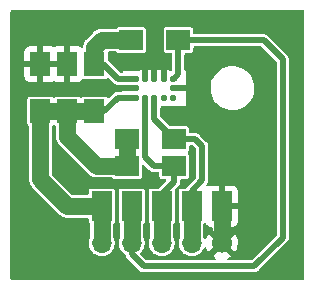
<source format=gbr>
%TF.GenerationSoftware,KiCad,Pcbnew,(6.0.2)*%
%TF.CreationDate,2022-10-26T11:31:38+03:00*%
%TF.ProjectId,laser_breakout,6c617365-725f-4627-9265-616b6f75742e,rev?*%
%TF.SameCoordinates,Original*%
%TF.FileFunction,Copper,L1,Top*%
%TF.FilePolarity,Positive*%
%FSLAX46Y46*%
G04 Gerber Fmt 4.6, Leading zero omitted, Abs format (unit mm)*
G04 Created by KiCad (PCBNEW (6.0.2)) date 2022-10-26 11:31:38*
%MOMM*%
%LPD*%
G01*
G04 APERTURE LIST*
G04 Aperture macros list*
%AMRoundRect*
0 Rectangle with rounded corners*
0 $1 Rounding radius*
0 $2 $3 $4 $5 $6 $7 $8 $9 X,Y pos of 4 corners*
0 Add a 4 corners polygon primitive as box body*
4,1,4,$2,$3,$4,$5,$6,$7,$8,$9,$2,$3,0*
0 Add four circle primitives for the rounded corners*
1,1,$1+$1,$2,$3*
1,1,$1+$1,$4,$5*
1,1,$1+$1,$6,$7*
1,1,$1+$1,$8,$9*
0 Add four rect primitives between the rounded corners*
20,1,$1+$1,$2,$3,$4,$5,0*
20,1,$1+$1,$4,$5,$6,$7,0*
20,1,$1+$1,$6,$7,$8,$9,0*
20,1,$1+$1,$8,$9,$2,$3,0*%
G04 Aperture macros list end*
%TA.AperFunction,ComponentPad*%
%ADD10C,1.700000*%
%TD*%
%TA.AperFunction,ComponentPad*%
%ADD11O,1.700000X1.700000*%
%TD*%
%TA.AperFunction,SMDPad,CuDef*%
%ADD12R,1.700000X2.000000*%
%TD*%
%TA.AperFunction,SMDPad,CuDef*%
%ADD13R,2.000000X1.700000*%
%TD*%
%TA.AperFunction,SMDPad,CuDef*%
%ADD14RoundRect,0.125000X-0.125000X-0.125000X0.125000X-0.125000X0.125000X0.125000X-0.125000X0.125000X0*%
%TD*%
%TA.AperFunction,SMDPad,CuDef*%
%ADD15RoundRect,0.062500X-0.127500X-0.062500X0.127500X-0.062500X0.127500X0.062500X-0.127500X0.062500X0*%
%TD*%
%TA.AperFunction,SMDPad,CuDef*%
%ADD16R,1.700000X2.500000*%
%TD*%
%TA.AperFunction,Conductor*%
%ADD17C,1.400000*%
%TD*%
%TA.AperFunction,Conductor*%
%ADD18C,0.500000*%
%TD*%
G04 APERTURE END LIST*
D10*
%TO.P,J1,1,Pin_1*%
%TO.N,GND*%
X75285600Y-88544400D03*
D11*
%TO.P,J1,2,Pin_2*%
%TO.N,SDA*%
X72745600Y-88544400D03*
%TO.P,J1,3,Pin_3*%
%TO.N,SCL*%
X70205600Y-88544400D03*
%TO.P,J1,4,Pin_4*%
%TO.N,XSHUT*%
X67665600Y-88544400D03*
%TO.P,J1,5,Pin_5*%
%TO.N,+3V3*%
X65125600Y-88544400D03*
%TD*%
D12*
%TO.P,R3,1*%
%TO.N,+3V3*%
X64516000Y-77406000D03*
%TO.P,R3,2*%
X64516000Y-73406000D03*
%TD*%
D13*
%TO.P,R1,1*%
%TO.N,+3V3*%
X67272400Y-82042000D03*
%TO.P,R1,2*%
%TO.N,SCL*%
X71272400Y-82042000D03*
%TD*%
%TO.P,R2,1*%
%TO.N,+3V3*%
X67272400Y-79756000D03*
%TO.P,R2,2*%
%TO.N,SDA*%
X71272400Y-79756000D03*
%TD*%
D14*
%TO.P,U1,1,AVDDVCSEL*%
%TO.N,+3V3*%
X67996000Y-74638000D03*
D15*
X67856000Y-74763000D03*
D14*
%TO.P,U1,2,AVSSVCSEL*%
%TO.N,GND*%
X68796000Y-74638000D03*
%TO.P,U1,3,GND*%
X69596000Y-74638000D03*
%TO.P,U1,4,GND*%
X70396000Y-74638000D03*
%TO.P,U1,5,XSHUT*%
%TO.N,XSHUT*%
X71196000Y-74638000D03*
%TO.P,U1,6,GND*%
%TO.N,GND*%
X71196000Y-75438000D03*
%TO.P,U1,7,GPIO1*%
%TO.N,unconnected-(U1-Pad7)*%
X71196000Y-76238000D03*
%TO.P,U1,8,DNC*%
%TO.N,unconnected-(U1-Pad8)*%
X70396000Y-76238000D03*
%TO.P,U1,9,SDA*%
%TO.N,SDA*%
X69596000Y-76238000D03*
%TO.P,U1,10,SCL*%
%TO.N,SCL*%
X68796000Y-76238000D03*
%TO.P,U1,11,AVDD*%
%TO.N,+3V3*%
X67996000Y-76238000D03*
%TO.P,U1,12,GND*%
%TO.N,GND*%
X67996000Y-75438000D03*
%TD*%
D16*
%TO.P,J2,1,Pin_1*%
%TO.N,GND*%
X75285600Y-85445600D03*
%TO.P,J2,2,Pin_2*%
%TO.N,SDA*%
X72745600Y-85445600D03*
%TO.P,J2,3,Pin_3*%
%TO.N,SCL*%
X70205600Y-85445600D03*
%TO.P,J2,4,Pin_4*%
%TO.N,XSHUT*%
X67665600Y-85445600D03*
%TO.P,J2,5,Pin_5*%
%TO.N,+3V3*%
X65125600Y-85445600D03*
%TD*%
D13*
%TO.P,R4,1*%
%TO.N,+3V3*%
X67628000Y-71374000D03*
%TO.P,R4,2*%
%TO.N,XSHUT*%
X71628000Y-71374000D03*
%TD*%
D12*
%TO.P,C2,1*%
%TO.N,+3V3*%
X62230000Y-77406000D03*
%TO.P,C2,2*%
%TO.N,GND*%
X62230000Y-73406000D03*
%TD*%
%TO.P,C1,1*%
%TO.N,+3V3*%
X59944000Y-77406000D03*
%TO.P,C1,2*%
%TO.N,GND*%
X59944000Y-73406000D03*
%TD*%
D17*
%TO.N,GND*%
X75285600Y-88544400D02*
X75285600Y-85445600D01*
%TO.N,SDA*%
X72745600Y-88544400D02*
X72745600Y-85445600D01*
%TO.N,SCL*%
X70205600Y-88544400D02*
X70205600Y-85445600D01*
%TO.N,XSHUT*%
X67665600Y-88544400D02*
X67665600Y-85445600D01*
%TO.N,+3V3*%
X65125600Y-88544400D02*
X65125600Y-85445600D01*
X59944000Y-77406000D02*
X62230000Y-77406000D01*
D18*
X66510000Y-74638000D02*
X65278000Y-73406000D01*
D17*
X64719200Y-82042000D02*
X62230000Y-79552800D01*
X65125600Y-71374000D02*
X67628000Y-71374000D01*
X64516000Y-73406000D02*
X64516000Y-71983600D01*
X62230000Y-79552800D02*
X62230000Y-77406000D01*
X62230000Y-85445600D02*
X59944000Y-83159600D01*
X59944000Y-83159600D02*
X59944000Y-77406000D01*
X67272400Y-82042000D02*
X64719200Y-82042000D01*
D18*
X66510000Y-76238000D02*
X67996000Y-76238000D01*
D17*
X67272400Y-82042000D02*
X67272400Y-79756000D01*
D18*
X67996000Y-74638000D02*
X66510000Y-74638000D01*
D17*
X64516000Y-71983600D02*
X65125600Y-71374000D01*
X65125600Y-85445600D02*
X62230000Y-85445600D01*
D18*
X65342000Y-77406000D02*
X66510000Y-76238000D01*
X65278000Y-73406000D02*
X64516000Y-73406000D01*
X64516000Y-77406000D02*
X65342000Y-77406000D01*
D17*
X62230000Y-77406000D02*
X64516000Y-77406000D01*
D18*
%TO.N,GND*%
X68796000Y-73266400D02*
X68783200Y-73253600D01*
X72593200Y-75438000D02*
X72644000Y-75387200D01*
X71196000Y-75438000D02*
X72593200Y-75438000D01*
X69596000Y-74638000D02*
X69596000Y-73355200D01*
X70408800Y-74625200D02*
X70408800Y-73304400D01*
X67996000Y-75438000D02*
X66446400Y-75438000D01*
X68796000Y-74638000D02*
X68796000Y-73266400D01*
X70396000Y-74638000D02*
X70408800Y-74625200D01*
%TO.N,SDA*%
X69596000Y-78079600D02*
X69596000Y-76238000D01*
X73660000Y-83210400D02*
X73660000Y-80365600D01*
X73050400Y-79756000D02*
X71272400Y-79756000D01*
X71272400Y-79756000D02*
X69596000Y-78079600D01*
X73660000Y-80365600D02*
X73050400Y-79756000D01*
X72745600Y-85445600D02*
X72745600Y-84124800D01*
X72745600Y-84124800D02*
X73660000Y-83210400D01*
%TO.N,SCL*%
X71272400Y-83362800D02*
X71272400Y-82042000D01*
X70205600Y-85445600D02*
X70205600Y-84429600D01*
X71272400Y-82042000D02*
X69545200Y-82042000D01*
X68796000Y-81292800D02*
X68796000Y-76238000D01*
X69545200Y-82042000D02*
X68796000Y-81292800D01*
X70205600Y-84429600D02*
X71272400Y-83362800D01*
%TO.N,XSHUT*%
X71208800Y-74638000D02*
X71628000Y-74218800D01*
X71628000Y-74218800D02*
X71628000Y-71374000D01*
X80467200Y-88087200D02*
X80467200Y-72999600D01*
X80467200Y-72999600D02*
X78841600Y-71374000D01*
X71196000Y-74638000D02*
X71208800Y-74638000D01*
X78841600Y-71374000D02*
X71628000Y-71374000D01*
X78028800Y-90525600D02*
X80467200Y-88087200D01*
X67665600Y-89509600D02*
X68681600Y-90525600D01*
X68681600Y-90525600D02*
X78028800Y-90525600D01*
%TD*%
%TA.AperFunction,Conductor*%
%TO.N,GND*%
G36*
X82238121Y-68854002D02*
G01*
X82284614Y-68907658D01*
X82296000Y-68960000D01*
X82296000Y-91568000D01*
X82275998Y-91636121D01*
X82222342Y-91682614D01*
X82170000Y-91694000D01*
X57530000Y-91694000D01*
X57461879Y-91673998D01*
X57415386Y-91620342D01*
X57404000Y-91568000D01*
X57404000Y-76380933D01*
X58839500Y-76380933D01*
X58839501Y-78431066D01*
X58854266Y-78505301D01*
X58861161Y-78515620D01*
X58861162Y-78515622D01*
X58875343Y-78536845D01*
X58910516Y-78589484D01*
X58933504Y-78604844D01*
X58979030Y-78659321D01*
X58989500Y-78709608D01*
X58989500Y-83144124D01*
X58989451Y-83147643D01*
X58987154Y-83229867D01*
X58988263Y-83236153D01*
X58988263Y-83236160D01*
X58997112Y-83286341D01*
X58998381Y-83295484D01*
X59004174Y-83352519D01*
X59006081Y-83358605D01*
X59006082Y-83358609D01*
X59012272Y-83378360D01*
X59016124Y-83394160D01*
X59020827Y-83420832D01*
X59023175Y-83426763D01*
X59023177Y-83426769D01*
X59041933Y-83474140D01*
X59045010Y-83482827D01*
X59062161Y-83537557D01*
X59069504Y-83550805D01*
X59075294Y-83561250D01*
X59082240Y-83575942D01*
X59092211Y-83601126D01*
X59103065Y-83617712D01*
X59123600Y-83649093D01*
X59128370Y-83657001D01*
X59153076Y-83701573D01*
X59153080Y-83701579D01*
X59156171Y-83707155D01*
X59160319Y-83711995D01*
X59160322Y-83711999D01*
X59173794Y-83727717D01*
X59183555Y-83740716D01*
X59198389Y-83763384D01*
X59202659Y-83768126D01*
X59239615Y-83805082D01*
X59246188Y-83812179D01*
X59282364Y-83854386D01*
X59305330Y-83872201D01*
X59317192Y-83882659D01*
X61544125Y-86109592D01*
X61546577Y-86112113D01*
X61603094Y-86171878D01*
X61608327Y-86175542D01*
X61608329Y-86175544D01*
X61650065Y-86204768D01*
X61657407Y-86210320D01*
X61701857Y-86246572D01*
X61725866Y-86259124D01*
X61739748Y-86267564D01*
X61761937Y-86283101D01*
X61767795Y-86285636D01*
X61814551Y-86305869D01*
X61822885Y-86309844D01*
X61873701Y-86336410D01*
X61899742Y-86343877D01*
X61915046Y-86349357D01*
X61927337Y-86354675D01*
X61939900Y-86360112D01*
X61996039Y-86371840D01*
X62004962Y-86374048D01*
X62060100Y-86389859D01*
X62066464Y-86390349D01*
X62066466Y-86390349D01*
X62075728Y-86391061D01*
X62087112Y-86391937D01*
X62103201Y-86394227D01*
X62129713Y-86399766D01*
X62136086Y-86400100D01*
X62188356Y-86400100D01*
X62198022Y-86400471D01*
X62247084Y-86404246D01*
X62253440Y-86404735D01*
X62259763Y-86403936D01*
X62259773Y-86403936D01*
X62282269Y-86401094D01*
X62298061Y-86400100D01*
X63895101Y-86400100D01*
X63963222Y-86420102D01*
X64009715Y-86473758D01*
X64021101Y-86526100D01*
X64021101Y-86720666D01*
X64035866Y-86794901D01*
X64092116Y-86879084D01*
X64115104Y-86894444D01*
X64160630Y-86948921D01*
X64171100Y-86999208D01*
X64171100Y-87955180D01*
X64156608Y-88013847D01*
X64100803Y-88119915D01*
X64040607Y-88313778D01*
X64016748Y-88515364D01*
X64030024Y-88717922D01*
X64031445Y-88723518D01*
X64031446Y-88723523D01*
X64051719Y-88803345D01*
X64079992Y-88914669D01*
X64082409Y-88919912D01*
X64119610Y-89000608D01*
X64164977Y-89099016D01*
X64168310Y-89103732D01*
X64265731Y-89241580D01*
X64282133Y-89264789D01*
X64427538Y-89406435D01*
X64432342Y-89409645D01*
X64500000Y-89454853D01*
X64596320Y-89519212D01*
X64601623Y-89521490D01*
X64601626Y-89521492D01*
X64690307Y-89559592D01*
X64782828Y-89599342D01*
X64843007Y-89612959D01*
X64975179Y-89642867D01*
X64975184Y-89642868D01*
X64980816Y-89644142D01*
X64986587Y-89644369D01*
X64986589Y-89644369D01*
X65046356Y-89646717D01*
X65183653Y-89652112D01*
X65284099Y-89637548D01*
X65378831Y-89623813D01*
X65378836Y-89623812D01*
X65384545Y-89622984D01*
X65390009Y-89621129D01*
X65390014Y-89621128D01*
X65571293Y-89559592D01*
X65571298Y-89559590D01*
X65576765Y-89557734D01*
X65753876Y-89458547D01*
X65816534Y-89406435D01*
X65905513Y-89332431D01*
X65909945Y-89328745D01*
X65967063Y-89260069D01*
X66036053Y-89177118D01*
X66036055Y-89177115D01*
X66039747Y-89172676D01*
X66138934Y-88995565D01*
X66140790Y-88990098D01*
X66140792Y-88990093D01*
X66202328Y-88808814D01*
X66202329Y-88808809D01*
X66204184Y-88803345D01*
X66205012Y-88797636D01*
X66205013Y-88797631D01*
X66232779Y-88606127D01*
X66233312Y-88602453D01*
X66234832Y-88544400D01*
X66218534Y-88367030D01*
X66216787Y-88348013D01*
X66216786Y-88348010D01*
X66216258Y-88342259D01*
X66210984Y-88323559D01*
X66162725Y-88152446D01*
X66162724Y-88152444D01*
X66161157Y-88146887D01*
X66157667Y-88139808D01*
X66093094Y-88008868D01*
X66080100Y-87953140D01*
X66080100Y-86999208D01*
X66100102Y-86931087D01*
X66136095Y-86894445D01*
X66159084Y-86879084D01*
X66215334Y-86794901D01*
X66230100Y-86720667D01*
X66230099Y-84170534D01*
X66222988Y-84134782D01*
X66217756Y-84108474D01*
X66217755Y-84108472D01*
X66215334Y-84096299D01*
X66181547Y-84045733D01*
X66165977Y-84022432D01*
X66159084Y-84012116D01*
X66074901Y-83955866D01*
X66000667Y-83941100D01*
X65125742Y-83941100D01*
X64250534Y-83941101D01*
X64214782Y-83948212D01*
X64188474Y-83953444D01*
X64188472Y-83953445D01*
X64176299Y-83955866D01*
X64165979Y-83962761D01*
X64165978Y-83962762D01*
X64111359Y-83999258D01*
X64092116Y-84012116D01*
X64035866Y-84096299D01*
X64021100Y-84170533D01*
X64021100Y-84365100D01*
X64001098Y-84433221D01*
X63947442Y-84479714D01*
X63895100Y-84491100D01*
X62677557Y-84491100D01*
X62609436Y-84471098D01*
X62588462Y-84454195D01*
X60935405Y-82801138D01*
X60901379Y-82738826D01*
X60898500Y-82712043D01*
X60898500Y-78709608D01*
X60918502Y-78641487D01*
X60954495Y-78604845D01*
X60977484Y-78589484D01*
X60984377Y-78579168D01*
X60993154Y-78570391D01*
X60994711Y-78571948D01*
X61036715Y-78536845D01*
X61107158Y-78527999D01*
X61171201Y-78558642D01*
X61184857Y-78574402D01*
X61189623Y-78579168D01*
X61196516Y-78589484D01*
X61219504Y-78604844D01*
X61265030Y-78659321D01*
X61275500Y-78709608D01*
X61275500Y-79537324D01*
X61275451Y-79540843D01*
X61273154Y-79623067D01*
X61274263Y-79629353D01*
X61274263Y-79629360D01*
X61283112Y-79679541D01*
X61284381Y-79688684D01*
X61290174Y-79745719D01*
X61292081Y-79751805D01*
X61292082Y-79751809D01*
X61298272Y-79771560D01*
X61302124Y-79787360D01*
X61306827Y-79814032D01*
X61309175Y-79819963D01*
X61309177Y-79819969D01*
X61327933Y-79867340D01*
X61331010Y-79876027D01*
X61348161Y-79930757D01*
X61351257Y-79936342D01*
X61361294Y-79954450D01*
X61368240Y-79969142D01*
X61378211Y-79994326D01*
X61394323Y-80018947D01*
X61409600Y-80042293D01*
X61414370Y-80050201D01*
X61439076Y-80094773D01*
X61439080Y-80094779D01*
X61442171Y-80100355D01*
X61446319Y-80105195D01*
X61446322Y-80105199D01*
X61459794Y-80120917D01*
X61469555Y-80133916D01*
X61484389Y-80156584D01*
X61488659Y-80161326D01*
X61525615Y-80198282D01*
X61532188Y-80205379D01*
X61568364Y-80247586D01*
X61591330Y-80265401D01*
X61603192Y-80275859D01*
X64033325Y-82705992D01*
X64035777Y-82708513D01*
X64092294Y-82768278D01*
X64139286Y-82801182D01*
X64146611Y-82806722D01*
X64191057Y-82842971D01*
X64196714Y-82845928D01*
X64196715Y-82845929D01*
X64215052Y-82855515D01*
X64228950Y-82863965D01*
X64251137Y-82879501D01*
X64256989Y-82882033D01*
X64256990Y-82882034D01*
X64303755Y-82902271D01*
X64312088Y-82906246D01*
X64332785Y-82917066D01*
X64362901Y-82932810D01*
X64388942Y-82940277D01*
X64404246Y-82945757D01*
X64412293Y-82949239D01*
X64429100Y-82956512D01*
X64485239Y-82968240D01*
X64494162Y-82970448D01*
X64549300Y-82986259D01*
X64555664Y-82986749D01*
X64555666Y-82986749D01*
X64564928Y-82987461D01*
X64576312Y-82988337D01*
X64592401Y-82990627D01*
X64618913Y-82996166D01*
X64625286Y-82996500D01*
X64677556Y-82996500D01*
X64687222Y-82996871D01*
X64736284Y-83000646D01*
X64742640Y-83001135D01*
X64748963Y-83000336D01*
X64748973Y-83000336D01*
X64771469Y-82997494D01*
X64787261Y-82996500D01*
X65968792Y-82996500D01*
X66036913Y-83016502D01*
X66073555Y-83052495D01*
X66088916Y-83075484D01*
X66173099Y-83131734D01*
X66247333Y-83146500D01*
X67272234Y-83146500D01*
X68297466Y-83146499D01*
X68333218Y-83139388D01*
X68359526Y-83134156D01*
X68359528Y-83134155D01*
X68371701Y-83131734D01*
X68382021Y-83124839D01*
X68382022Y-83124838D01*
X68445568Y-83082377D01*
X68455884Y-83075484D01*
X68512134Y-82991301D01*
X68526900Y-82917067D01*
X68526899Y-82041359D01*
X68546901Y-81973239D01*
X68600557Y-81926746D01*
X68670831Y-81916642D01*
X68735411Y-81946135D01*
X68741994Y-81952265D01*
X69138523Y-82348794D01*
X69146065Y-82358234D01*
X69146445Y-82357911D01*
X69152263Y-82364747D01*
X69157053Y-82372339D01*
X69163781Y-82378281D01*
X69197059Y-82407671D01*
X69202746Y-82413017D01*
X69214080Y-82424351D01*
X69217666Y-82427038D01*
X69217671Y-82427043D01*
X69222359Y-82430557D01*
X69230197Y-82436938D01*
X69265370Y-82468001D01*
X69273495Y-82471816D01*
X69276316Y-82473669D01*
X69290312Y-82482077D01*
X69293250Y-82483686D01*
X69300436Y-82489071D01*
X69308841Y-82492222D01*
X69308843Y-82492223D01*
X69344378Y-82505544D01*
X69353692Y-82509468D01*
X69396182Y-82529417D01*
X69405053Y-82530798D01*
X69408275Y-82531783D01*
X69424066Y-82535925D01*
X69427344Y-82536646D01*
X69435752Y-82539798D01*
X69449509Y-82540820D01*
X69482557Y-82543276D01*
X69492604Y-82544430D01*
X69501086Y-82545751D01*
X69501089Y-82545751D01*
X69505897Y-82546500D01*
X69521262Y-82546500D01*
X69530600Y-82546846D01*
X69579867Y-82550507D01*
X69588642Y-82548634D01*
X69597338Y-82548041D01*
X69611938Y-82546500D01*
X69891901Y-82546500D01*
X69960022Y-82566502D01*
X70006515Y-82620158D01*
X70017901Y-82672500D01*
X70017901Y-82917066D01*
X70022964Y-82942522D01*
X70028078Y-82968232D01*
X70032666Y-82991301D01*
X70088916Y-83075484D01*
X70173099Y-83131734D01*
X70247333Y-83146500D01*
X70471039Y-83146500D01*
X70539160Y-83166502D01*
X70585653Y-83220158D01*
X70595757Y-83290432D01*
X70566263Y-83355012D01*
X70560134Y-83361595D01*
X70017533Y-83904196D01*
X69955221Y-83938222D01*
X69928438Y-83941101D01*
X69330534Y-83941101D01*
X69294782Y-83948212D01*
X69268474Y-83953444D01*
X69268472Y-83953445D01*
X69256299Y-83955866D01*
X69245979Y-83962761D01*
X69245978Y-83962762D01*
X69191359Y-83999258D01*
X69172116Y-84012116D01*
X69115866Y-84096299D01*
X69101100Y-84170533D01*
X69101101Y-86720666D01*
X69115866Y-86794901D01*
X69172116Y-86879084D01*
X69195104Y-86894444D01*
X69240630Y-86948921D01*
X69251100Y-86999208D01*
X69251100Y-87955180D01*
X69236608Y-88013847D01*
X69180803Y-88119915D01*
X69120607Y-88313778D01*
X69096748Y-88515364D01*
X69110024Y-88717922D01*
X69111445Y-88723518D01*
X69111446Y-88723523D01*
X69131719Y-88803345D01*
X69159992Y-88914669D01*
X69162409Y-88919912D01*
X69199610Y-89000608D01*
X69244977Y-89099016D01*
X69248310Y-89103732D01*
X69345731Y-89241580D01*
X69362133Y-89264789D01*
X69507538Y-89406435D01*
X69512342Y-89409645D01*
X69580000Y-89454853D01*
X69676320Y-89519212D01*
X69681623Y-89521490D01*
X69681626Y-89521492D01*
X69770307Y-89559592D01*
X69862828Y-89599342D01*
X69923007Y-89612959D01*
X70055179Y-89642867D01*
X70055184Y-89642868D01*
X70060816Y-89644142D01*
X70066587Y-89644369D01*
X70066589Y-89644369D01*
X70126356Y-89646717D01*
X70263653Y-89652112D01*
X70364099Y-89637548D01*
X70458831Y-89623813D01*
X70458836Y-89623812D01*
X70464545Y-89622984D01*
X70470009Y-89621129D01*
X70470014Y-89621128D01*
X70651293Y-89559592D01*
X70651298Y-89559590D01*
X70656765Y-89557734D01*
X70833876Y-89458547D01*
X70896534Y-89406435D01*
X70985513Y-89332431D01*
X70989945Y-89328745D01*
X71047063Y-89260069D01*
X71116053Y-89177118D01*
X71116055Y-89177115D01*
X71119747Y-89172676D01*
X71218934Y-88995565D01*
X71220790Y-88990098D01*
X71220792Y-88990093D01*
X71282328Y-88808814D01*
X71282329Y-88808809D01*
X71284184Y-88803345D01*
X71285012Y-88797636D01*
X71285013Y-88797631D01*
X71312779Y-88606127D01*
X71313312Y-88602453D01*
X71314832Y-88544400D01*
X71298534Y-88367030D01*
X71296787Y-88348013D01*
X71296786Y-88348010D01*
X71296258Y-88342259D01*
X71290984Y-88323559D01*
X71242725Y-88152446D01*
X71242724Y-88152444D01*
X71241157Y-88146887D01*
X71237667Y-88139808D01*
X71173094Y-88008868D01*
X71160100Y-87953140D01*
X71160100Y-86999208D01*
X71180102Y-86931087D01*
X71216095Y-86894445D01*
X71239084Y-86879084D01*
X71295334Y-86794901D01*
X71310100Y-86720667D01*
X71310099Y-84170534D01*
X71301344Y-84126517D01*
X71307673Y-84055804D01*
X71335828Y-84012843D01*
X71579194Y-83769477D01*
X71588634Y-83761935D01*
X71588311Y-83761555D01*
X71595147Y-83755737D01*
X71602739Y-83750947D01*
X71638072Y-83710940D01*
X71643417Y-83705254D01*
X71654751Y-83693920D01*
X71657438Y-83690335D01*
X71660953Y-83685645D01*
X71667340Y-83677800D01*
X71692460Y-83649357D01*
X71698401Y-83642630D01*
X71702214Y-83634508D01*
X71704054Y-83631707D01*
X71712463Y-83617712D01*
X71714085Y-83614749D01*
X71719470Y-83607564D01*
X71722624Y-83599152D01*
X71735946Y-83563618D01*
X71739871Y-83554302D01*
X71744383Y-83544691D01*
X71759817Y-83511818D01*
X71761199Y-83502944D01*
X71762185Y-83499717D01*
X71766325Y-83483934D01*
X71767046Y-83480656D01*
X71770198Y-83472248D01*
X71773676Y-83425443D01*
X71774830Y-83415396D01*
X71776151Y-83406914D01*
X71776151Y-83406911D01*
X71776900Y-83402103D01*
X71776900Y-83386738D01*
X71777246Y-83377401D01*
X71780242Y-83337081D01*
X71780907Y-83328133D01*
X71779034Y-83319358D01*
X71778441Y-83310662D01*
X71776900Y-83296062D01*
X71776900Y-83272499D01*
X71796902Y-83204378D01*
X71850558Y-83157885D01*
X71902900Y-83146499D01*
X72297466Y-83146499D01*
X72333218Y-83139388D01*
X72359526Y-83134156D01*
X72359528Y-83134155D01*
X72371701Y-83131734D01*
X72382021Y-83124839D01*
X72382022Y-83124838D01*
X72445568Y-83082377D01*
X72455884Y-83075484D01*
X72512134Y-82991301D01*
X72526900Y-82917067D01*
X72526899Y-81166934D01*
X72512134Y-81092699D01*
X72501665Y-81077030D01*
X72462777Y-81018832D01*
X72455884Y-81008516D01*
X72445568Y-81001623D01*
X72436791Y-80992846D01*
X72438348Y-80991289D01*
X72403245Y-80949285D01*
X72394399Y-80878842D01*
X72425042Y-80814799D01*
X72440802Y-80801143D01*
X72445568Y-80796377D01*
X72455884Y-80789484D01*
X72512134Y-80705301D01*
X72526900Y-80631067D01*
X72526900Y-80386500D01*
X72546902Y-80318379D01*
X72600558Y-80271886D01*
X72652900Y-80260500D01*
X72789238Y-80260500D01*
X72857359Y-80280502D01*
X72878333Y-80297404D01*
X73118595Y-80537665D01*
X73152620Y-80599978D01*
X73155500Y-80626761D01*
X73155500Y-82949239D01*
X73135498Y-83017360D01*
X73118595Y-83038334D01*
X72438806Y-83718123D01*
X72429366Y-83725665D01*
X72429689Y-83726045D01*
X72422853Y-83731863D01*
X72415261Y-83736653D01*
X72409319Y-83743381D01*
X72379929Y-83776659D01*
X72374583Y-83782346D01*
X72363249Y-83793680D01*
X72360564Y-83797263D01*
X72360562Y-83797265D01*
X72357047Y-83801955D01*
X72350662Y-83809798D01*
X72319599Y-83844970D01*
X72315786Y-83853092D01*
X72313946Y-83855893D01*
X72305526Y-83869907D01*
X72303912Y-83872854D01*
X72298530Y-83880036D01*
X72298530Y-83880037D01*
X72298209Y-83879796D01*
X72252145Y-83925757D01*
X72191884Y-83941101D01*
X71870534Y-83941101D01*
X71834782Y-83948212D01*
X71808474Y-83953444D01*
X71808472Y-83953445D01*
X71796299Y-83955866D01*
X71785979Y-83962761D01*
X71785978Y-83962762D01*
X71731359Y-83999258D01*
X71712116Y-84012116D01*
X71655866Y-84096299D01*
X71641100Y-84170533D01*
X71641101Y-86720666D01*
X71655866Y-86794901D01*
X71712116Y-86879084D01*
X71735104Y-86894444D01*
X71780630Y-86948921D01*
X71791100Y-86999208D01*
X71791100Y-87955180D01*
X71776608Y-88013847D01*
X71720803Y-88119915D01*
X71660607Y-88313778D01*
X71636748Y-88515364D01*
X71650024Y-88717922D01*
X71651445Y-88723518D01*
X71651446Y-88723523D01*
X71671719Y-88803345D01*
X71699992Y-88914669D01*
X71702409Y-88919912D01*
X71739610Y-89000608D01*
X71784977Y-89099016D01*
X71788310Y-89103732D01*
X71885731Y-89241580D01*
X71902133Y-89264789D01*
X72047538Y-89406435D01*
X72052342Y-89409645D01*
X72120000Y-89454853D01*
X72216320Y-89519212D01*
X72221623Y-89521490D01*
X72221626Y-89521492D01*
X72310307Y-89559592D01*
X72402828Y-89599342D01*
X72463007Y-89612959D01*
X72595179Y-89642867D01*
X72595184Y-89642868D01*
X72600816Y-89644142D01*
X72606587Y-89644369D01*
X72606589Y-89644369D01*
X72666356Y-89646717D01*
X72803653Y-89652112D01*
X72904099Y-89637548D01*
X72998831Y-89623813D01*
X72998836Y-89623812D01*
X73004545Y-89622984D01*
X73010009Y-89621129D01*
X73010014Y-89621128D01*
X73191293Y-89559592D01*
X73191298Y-89559590D01*
X73196765Y-89557734D01*
X73373876Y-89458547D01*
X73436534Y-89406435D01*
X73525513Y-89332431D01*
X73529945Y-89328745D01*
X73587063Y-89260069D01*
X73656053Y-89177118D01*
X73656055Y-89177115D01*
X73659747Y-89172676D01*
X73758934Y-88995565D01*
X73761320Y-88988535D01*
X73761770Y-88987896D01*
X73763141Y-88984816D01*
X73763746Y-88985085D01*
X73802153Y-88930459D01*
X73867905Y-88903678D01*
X73937698Y-88916695D01*
X73989373Y-88965380D01*
X73997377Y-88981629D01*
X74067370Y-89154003D01*
X74072013Y-89163194D01*
X74152060Y-89293820D01*
X74162516Y-89303280D01*
X74171294Y-89299496D01*
X74913578Y-88557212D01*
X74919956Y-88545532D01*
X75650008Y-88545532D01*
X75650139Y-88547365D01*
X75654390Y-88553980D01*
X76396074Y-89295664D01*
X76408084Y-89302223D01*
X76419823Y-89293255D01*
X76450604Y-89250419D01*
X76455915Y-89241580D01*
X76550270Y-89050667D01*
X76554069Y-89041072D01*
X76615976Y-88837315D01*
X76618155Y-88827234D01*
X76646190Y-88614287D01*
X76646709Y-88607612D01*
X76648172Y-88547764D01*
X76647978Y-88541046D01*
X76630381Y-88327004D01*
X76628696Y-88316824D01*
X76576814Y-88110275D01*
X76573494Y-88100524D01*
X76488572Y-87905214D01*
X76483705Y-87896139D01*
X76418663Y-87795597D01*
X76407977Y-87786395D01*
X76398412Y-87790798D01*
X75657622Y-88531588D01*
X75650008Y-88545532D01*
X74919956Y-88545532D01*
X74921192Y-88543268D01*
X74921061Y-88541435D01*
X74916810Y-88534820D01*
X74175449Y-87793459D01*
X74163913Y-87787159D01*
X74151631Y-87796782D01*
X74103689Y-87867062D01*
X74098604Y-87876013D01*
X74008938Y-88069183D01*
X74005377Y-88078864D01*
X74000891Y-88095040D01*
X73963413Y-88155339D01*
X73899284Y-88185803D01*
X73828866Y-88176760D01*
X73774515Y-88131082D01*
X73766467Y-88117098D01*
X73713094Y-88008868D01*
X73700100Y-87953140D01*
X73700100Y-86999208D01*
X73720102Y-86931087D01*
X73756095Y-86894445D01*
X73779084Y-86879084D01*
X73779626Y-86878272D01*
X73834991Y-86848040D01*
X73905806Y-86853105D01*
X73962642Y-86895652D01*
X73979757Y-86926934D01*
X73982276Y-86933655D01*
X73990814Y-86949249D01*
X74067315Y-87051324D01*
X74079876Y-87063885D01*
X74181951Y-87140386D01*
X74197546Y-87148924D01*
X74317994Y-87194078D01*
X74333249Y-87197705D01*
X74384114Y-87203231D01*
X74390928Y-87203600D01*
X74437685Y-87203600D01*
X74505806Y-87223602D01*
X74552299Y-87277258D01*
X74562403Y-87347532D01*
X74538661Y-87404964D01*
X74526822Y-87420826D01*
X74533568Y-87433158D01*
X75272788Y-88172378D01*
X75286732Y-88179992D01*
X75288565Y-88179861D01*
X75295180Y-88175610D01*
X76038989Y-87431801D01*
X76046010Y-87418945D01*
X76034973Y-87403797D01*
X76011024Y-87336962D01*
X76027012Y-87267789D01*
X76077859Y-87218240D01*
X76136809Y-87203599D01*
X76180269Y-87203599D01*
X76187090Y-87203229D01*
X76237952Y-87197705D01*
X76253204Y-87194079D01*
X76373654Y-87148924D01*
X76389249Y-87140386D01*
X76491324Y-87063885D01*
X76503885Y-87051324D01*
X76580386Y-86949249D01*
X76588924Y-86933654D01*
X76634078Y-86813206D01*
X76637705Y-86797951D01*
X76643231Y-86747086D01*
X76643600Y-86740272D01*
X76643600Y-85717715D01*
X76639125Y-85702476D01*
X76637735Y-85701271D01*
X76630052Y-85699600D01*
X75157600Y-85699600D01*
X75089479Y-85679598D01*
X75042986Y-85625942D01*
X75031600Y-85573600D01*
X75031600Y-85173485D01*
X75539600Y-85173485D01*
X75544075Y-85188724D01*
X75545465Y-85189929D01*
X75553148Y-85191600D01*
X76625484Y-85191600D01*
X76640723Y-85187125D01*
X76641928Y-85185735D01*
X76643599Y-85178052D01*
X76643599Y-84150931D01*
X76643229Y-84144110D01*
X76637705Y-84093248D01*
X76634079Y-84077996D01*
X76588924Y-83957546D01*
X76580386Y-83941951D01*
X76503885Y-83839876D01*
X76491324Y-83827315D01*
X76389249Y-83750814D01*
X76373654Y-83742276D01*
X76253206Y-83697122D01*
X76237951Y-83693495D01*
X76187086Y-83687969D01*
X76180272Y-83687600D01*
X75557715Y-83687600D01*
X75542476Y-83692075D01*
X75541271Y-83693465D01*
X75539600Y-83701148D01*
X75539600Y-85173485D01*
X75031600Y-85173485D01*
X75031600Y-83705716D01*
X75027125Y-83690477D01*
X75025735Y-83689272D01*
X75018052Y-83687601D01*
X74390931Y-83687601D01*
X74384110Y-83687971D01*
X74333248Y-83693495D01*
X74317996Y-83697121D01*
X74197546Y-83742276D01*
X74182671Y-83750420D01*
X74113313Y-83765589D01*
X74046765Y-83740853D01*
X74004155Y-83684065D01*
X73999010Y-83613255D01*
X74033066Y-83550805D01*
X74042351Y-83541520D01*
X74048553Y-83533245D01*
X74054940Y-83525400D01*
X74080060Y-83496957D01*
X74086001Y-83490230D01*
X74089814Y-83482108D01*
X74091654Y-83479307D01*
X74100063Y-83465312D01*
X74101685Y-83462349D01*
X74107070Y-83455164D01*
X74110224Y-83446752D01*
X74123546Y-83411218D01*
X74127471Y-83401902D01*
X74131105Y-83394161D01*
X74147417Y-83359418D01*
X74148799Y-83350544D01*
X74149785Y-83347317D01*
X74153925Y-83331534D01*
X74154646Y-83328256D01*
X74157798Y-83319848D01*
X74161276Y-83273043D01*
X74162430Y-83262996D01*
X74163751Y-83254514D01*
X74163751Y-83254511D01*
X74164500Y-83249703D01*
X74164500Y-83234338D01*
X74164846Y-83225001D01*
X74167842Y-83184681D01*
X74168507Y-83175733D01*
X74166634Y-83166958D01*
X74166041Y-83158262D01*
X74164500Y-83143662D01*
X74164500Y-80436230D01*
X74165842Y-80424222D01*
X74165346Y-80424182D01*
X74166066Y-80415231D01*
X74168047Y-80406477D01*
X74164742Y-80353207D01*
X74164500Y-80345405D01*
X74164500Y-80329374D01*
X74163035Y-80319141D01*
X74162004Y-80309081D01*
X74159654Y-80271201D01*
X74159654Y-80271200D01*
X74159098Y-80262242D01*
X74156050Y-80253799D01*
X74155371Y-80250520D01*
X74151416Y-80234655D01*
X74150473Y-80231431D01*
X74149201Y-80222548D01*
X74145487Y-80214379D01*
X74145485Y-80214373D01*
X74129775Y-80179821D01*
X74125961Y-80170452D01*
X74110028Y-80126316D01*
X74104731Y-80119066D01*
X74103154Y-80116099D01*
X74094907Y-80101986D01*
X74093102Y-80099163D01*
X74089388Y-80090995D01*
X74058753Y-80055442D01*
X74052475Y-80047536D01*
X74044527Y-80036656D01*
X74033665Y-80025794D01*
X74027307Y-80018947D01*
X74000915Y-79988318D01*
X73995056Y-79981518D01*
X73987521Y-79976634D01*
X73980949Y-79970901D01*
X73969545Y-79961674D01*
X73457077Y-79449206D01*
X73449535Y-79439766D01*
X73449155Y-79440089D01*
X73443337Y-79433253D01*
X73438547Y-79425661D01*
X73398540Y-79390328D01*
X73392854Y-79384983D01*
X73381520Y-79373649D01*
X73373245Y-79367447D01*
X73365400Y-79361060D01*
X73336957Y-79335940D01*
X73330230Y-79329999D01*
X73322108Y-79326186D01*
X73319307Y-79324346D01*
X73305312Y-79315937D01*
X73302349Y-79314315D01*
X73295164Y-79308930D01*
X73286754Y-79305777D01*
X73286752Y-79305776D01*
X73251218Y-79292454D01*
X73241902Y-79288529D01*
X73199418Y-79268583D01*
X73190544Y-79267201D01*
X73187317Y-79266215D01*
X73171534Y-79262075D01*
X73168256Y-79261354D01*
X73159848Y-79258202D01*
X73146091Y-79257180D01*
X73113043Y-79254724D01*
X73102996Y-79253570D01*
X73094514Y-79252249D01*
X73094511Y-79252249D01*
X73089703Y-79251500D01*
X73074338Y-79251500D01*
X73065001Y-79251154D01*
X73048919Y-79249959D01*
X73015733Y-79247493D01*
X73006958Y-79249366D01*
X72998262Y-79249959D01*
X72983662Y-79251500D01*
X72652899Y-79251500D01*
X72584778Y-79231498D01*
X72538285Y-79177842D01*
X72526899Y-79125500D01*
X72526899Y-78880934D01*
X72512134Y-78806699D01*
X72455884Y-78722516D01*
X72371701Y-78666266D01*
X72297467Y-78651500D01*
X72147384Y-78651500D01*
X70933562Y-78651501D01*
X70865441Y-78631499D01*
X70844467Y-78614596D01*
X70137405Y-77907534D01*
X70103379Y-77845222D01*
X70100500Y-77818439D01*
X70100500Y-77088000D01*
X70120502Y-77019879D01*
X70174158Y-76973386D01*
X70226500Y-76962000D01*
X72288400Y-76962000D01*
X72288400Y-75480186D01*
X74341018Y-75480186D01*
X74366579Y-75748100D01*
X74367664Y-75752534D01*
X74367665Y-75752540D01*
X74395830Y-75867640D01*
X74430547Y-76009518D01*
X74531583Y-76258963D01*
X74667569Y-76491210D01*
X74835658Y-76701395D01*
X75032327Y-76885113D01*
X75253457Y-77038516D01*
X75494416Y-77158391D01*
X75498750Y-77159812D01*
X75498753Y-77159813D01*
X75745823Y-77240807D01*
X75745829Y-77240808D01*
X75750156Y-77242227D01*
X75754647Y-77243007D01*
X75754648Y-77243007D01*
X76011538Y-77287611D01*
X76011546Y-77287612D01*
X76015319Y-77288267D01*
X76019156Y-77288458D01*
X76098777Y-77292422D01*
X76098785Y-77292422D01*
X76100348Y-77292500D01*
X76268374Y-77292500D01*
X76270642Y-77292335D01*
X76270654Y-77292335D01*
X76401457Y-77282844D01*
X76468425Y-77277985D01*
X76472880Y-77277001D01*
X76472883Y-77277001D01*
X76726770Y-77220947D01*
X76726772Y-77220946D01*
X76731226Y-77219963D01*
X76982900Y-77124613D01*
X77218172Y-76993931D01*
X77382526Y-76868500D01*
X77428491Y-76833421D01*
X77428495Y-76833417D01*
X77432116Y-76830654D01*
X77620249Y-76638203D01*
X77727242Y-76491210D01*
X77775942Y-76424304D01*
X77775947Y-76424297D01*
X77778630Y-76420610D01*
X77903941Y-76182433D01*
X77993557Y-75928662D01*
X78024766Y-75770318D01*
X78044720Y-75669083D01*
X78044721Y-75669077D01*
X78045601Y-75664611D01*
X78054782Y-75480186D01*
X78058755Y-75400383D01*
X78058755Y-75400377D01*
X78058982Y-75395814D01*
X78033421Y-75127900D01*
X78027407Y-75103319D01*
X77970539Y-74870920D01*
X77969453Y-74866482D01*
X77868417Y-74617037D01*
X77732431Y-74384790D01*
X77564342Y-74174605D01*
X77367673Y-73990887D01*
X77146543Y-73837484D01*
X76905584Y-73717609D01*
X76901250Y-73716188D01*
X76901247Y-73716187D01*
X76654177Y-73635193D01*
X76654171Y-73635192D01*
X76649844Y-73633773D01*
X76645352Y-73632993D01*
X76388462Y-73588389D01*
X76388454Y-73588388D01*
X76384681Y-73587733D01*
X76374718Y-73587237D01*
X76301223Y-73583578D01*
X76301215Y-73583578D01*
X76299652Y-73583500D01*
X76131626Y-73583500D01*
X76129358Y-73583665D01*
X76129346Y-73583665D01*
X75998543Y-73593156D01*
X75931575Y-73598015D01*
X75927120Y-73598999D01*
X75927117Y-73598999D01*
X75673230Y-73655053D01*
X75673228Y-73655054D01*
X75668774Y-73656037D01*
X75417100Y-73751387D01*
X75181828Y-73882069D01*
X75164628Y-73895196D01*
X74971509Y-74042579D01*
X74971505Y-74042583D01*
X74967884Y-74045346D01*
X74779751Y-74237797D01*
X74777066Y-74241486D01*
X74624058Y-74451696D01*
X74624053Y-74451703D01*
X74621370Y-74455390D01*
X74496059Y-74693567D01*
X74406443Y-74947338D01*
X74405084Y-74954234D01*
X74364035Y-75162502D01*
X74354399Y-75211389D01*
X74354172Y-75215942D01*
X74354172Y-75215945D01*
X74344991Y-75400383D01*
X74341018Y-75480186D01*
X72288400Y-75480186D01*
X72288400Y-74015600D01*
X72258500Y-74015600D01*
X72190379Y-73995598D01*
X72143886Y-73941942D01*
X72132500Y-73889600D01*
X72132500Y-72604499D01*
X72152502Y-72536378D01*
X72206158Y-72489885D01*
X72258500Y-72478499D01*
X72653066Y-72478499D01*
X72688818Y-72471388D01*
X72715126Y-72466156D01*
X72715128Y-72466155D01*
X72727301Y-72463734D01*
X72737621Y-72456839D01*
X72737622Y-72456838D01*
X72801168Y-72414377D01*
X72811484Y-72407484D01*
X72867734Y-72323301D01*
X72882500Y-72249067D01*
X72882500Y-72004500D01*
X72902502Y-71936379D01*
X72956158Y-71889886D01*
X73008500Y-71878500D01*
X78580439Y-71878500D01*
X78648560Y-71898502D01*
X78669534Y-71915405D01*
X79925795Y-73171665D01*
X79959820Y-73233977D01*
X79962700Y-73260760D01*
X79962700Y-87826039D01*
X79942698Y-87894160D01*
X79925795Y-87915134D01*
X77856734Y-89984195D01*
X77794422Y-90018221D01*
X77767639Y-90021100D01*
X75901835Y-90021100D01*
X75833714Y-90001098D01*
X75787221Y-89947442D01*
X75777117Y-89877168D01*
X75806611Y-89812588D01*
X75846403Y-89781949D01*
X75978693Y-89717141D01*
X75987544Y-89711865D01*
X76034847Y-89678123D01*
X76043248Y-89667423D01*
X76036260Y-89654270D01*
X75298412Y-88916422D01*
X75284468Y-88908808D01*
X75282635Y-88908939D01*
X75276020Y-88913190D01*
X74532337Y-89656873D01*
X74525577Y-89669253D01*
X74530858Y-89676307D01*
X74692356Y-89770679D01*
X74701649Y-89775132D01*
X74707565Y-89777391D01*
X74764068Y-89820378D01*
X74788360Y-89887090D01*
X74772729Y-89956344D01*
X74722138Y-90006154D01*
X74662615Y-90021100D01*
X68942761Y-90021100D01*
X68874640Y-90001098D01*
X68853666Y-89984195D01*
X68410173Y-89540702D01*
X68376147Y-89478390D01*
X68381212Y-89407575D01*
X68418698Y-89354733D01*
X68445513Y-89332431D01*
X68449945Y-89328745D01*
X68507063Y-89260069D01*
X68576053Y-89177118D01*
X68576055Y-89177115D01*
X68579747Y-89172676D01*
X68678934Y-88995565D01*
X68680790Y-88990098D01*
X68680792Y-88990093D01*
X68742328Y-88808814D01*
X68742329Y-88808809D01*
X68744184Y-88803345D01*
X68745012Y-88797636D01*
X68745013Y-88797631D01*
X68772779Y-88606127D01*
X68773312Y-88602453D01*
X68774832Y-88544400D01*
X68758534Y-88367030D01*
X68756787Y-88348013D01*
X68756786Y-88348010D01*
X68756258Y-88342259D01*
X68750984Y-88323559D01*
X68702725Y-88152446D01*
X68702724Y-88152444D01*
X68701157Y-88146887D01*
X68697667Y-88139808D01*
X68633094Y-88008868D01*
X68620100Y-87953140D01*
X68620100Y-86999208D01*
X68640102Y-86931087D01*
X68676095Y-86894445D01*
X68699084Y-86879084D01*
X68755334Y-86794901D01*
X68770100Y-86720667D01*
X68770099Y-84170534D01*
X68762988Y-84134782D01*
X68757756Y-84108474D01*
X68757755Y-84108472D01*
X68755334Y-84096299D01*
X68721547Y-84045733D01*
X68705977Y-84022432D01*
X68699084Y-84012116D01*
X68614901Y-83955866D01*
X68540667Y-83941100D01*
X67665742Y-83941100D01*
X66790534Y-83941101D01*
X66754782Y-83948212D01*
X66728474Y-83953444D01*
X66728472Y-83953445D01*
X66716299Y-83955866D01*
X66705979Y-83962761D01*
X66705978Y-83962762D01*
X66651359Y-83999258D01*
X66632116Y-84012116D01*
X66575866Y-84096299D01*
X66561100Y-84170533D01*
X66561101Y-86720666D01*
X66575866Y-86794901D01*
X66632116Y-86879084D01*
X66655104Y-86894444D01*
X66700630Y-86948921D01*
X66711100Y-86999208D01*
X66711100Y-87955180D01*
X66696608Y-88013847D01*
X66640803Y-88119915D01*
X66580607Y-88313778D01*
X66556748Y-88515364D01*
X66570024Y-88717922D01*
X66571445Y-88723518D01*
X66571446Y-88723523D01*
X66591719Y-88803345D01*
X66619992Y-88914669D01*
X66622409Y-88919912D01*
X66659610Y-89000608D01*
X66704977Y-89099016D01*
X66708310Y-89103732D01*
X66805731Y-89241580D01*
X66822133Y-89264789D01*
X66967538Y-89406435D01*
X66972342Y-89409645D01*
X67109848Y-89501524D01*
X67155376Y-89556001D01*
X67165604Y-89598486D01*
X67166502Y-89612959D01*
X67215572Y-89748884D01*
X67220865Y-89756129D01*
X67220867Y-89756133D01*
X67262111Y-89812588D01*
X67281073Y-89838544D01*
X68274923Y-90832394D01*
X68282465Y-90841834D01*
X68282845Y-90841511D01*
X68288663Y-90848347D01*
X68293453Y-90855939D01*
X68300181Y-90861881D01*
X68333459Y-90891271D01*
X68339146Y-90896617D01*
X68350480Y-90907951D01*
X68354063Y-90910636D01*
X68354065Y-90910638D01*
X68358755Y-90914153D01*
X68366598Y-90920538D01*
X68401770Y-90951601D01*
X68409892Y-90955414D01*
X68412693Y-90957254D01*
X68426688Y-90965663D01*
X68429651Y-90967285D01*
X68436836Y-90972670D01*
X68445246Y-90975823D01*
X68445248Y-90975824D01*
X68480782Y-90989146D01*
X68490095Y-90993070D01*
X68532582Y-91013017D01*
X68541456Y-91014399D01*
X68544683Y-91015385D01*
X68560466Y-91019525D01*
X68563744Y-91020246D01*
X68572152Y-91023398D01*
X68585909Y-91024420D01*
X68618957Y-91026876D01*
X68629004Y-91028030D01*
X68637486Y-91029351D01*
X68637489Y-91029351D01*
X68642297Y-91030100D01*
X68657662Y-91030100D01*
X68667000Y-91030446D01*
X68716267Y-91034107D01*
X68725042Y-91032234D01*
X68733738Y-91031641D01*
X68748338Y-91030100D01*
X77958176Y-91030100D01*
X77970181Y-91031441D01*
X77970221Y-91030945D01*
X77979168Y-91031665D01*
X77987924Y-91033646D01*
X78041182Y-91030342D01*
X78048984Y-91030100D01*
X78065026Y-91030100D01*
X78069457Y-91029465D01*
X78069462Y-91029465D01*
X78073487Y-91028888D01*
X78075257Y-91028635D01*
X78085314Y-91027604D01*
X78107776Y-91026211D01*
X78123200Y-91025254D01*
X78123202Y-91025254D01*
X78132159Y-91024698D01*
X78140599Y-91021651D01*
X78143889Y-91020970D01*
X78159738Y-91017018D01*
X78162968Y-91016073D01*
X78171852Y-91014801D01*
X78214563Y-90995382D01*
X78223928Y-90991570D01*
X78259637Y-90978678D01*
X78259640Y-90978676D01*
X78268084Y-90975628D01*
X78275333Y-90970332D01*
X78278290Y-90968760D01*
X78292414Y-90960507D01*
X78295237Y-90958702D01*
X78303405Y-90954988D01*
X78310202Y-90949131D01*
X78310204Y-90949130D01*
X78338953Y-90924357D01*
X78346864Y-90918075D01*
X78357744Y-90910127D01*
X78368606Y-90899265D01*
X78375453Y-90892907D01*
X78406082Y-90866515D01*
X78412882Y-90860656D01*
X78417766Y-90853121D01*
X78423499Y-90846549D01*
X78432726Y-90835145D01*
X80773994Y-88493877D01*
X80783434Y-88486335D01*
X80783111Y-88485955D01*
X80789947Y-88480137D01*
X80797539Y-88475347D01*
X80832872Y-88435340D01*
X80838217Y-88429654D01*
X80849551Y-88418320D01*
X80852238Y-88414734D01*
X80852243Y-88414729D01*
X80855757Y-88410041D01*
X80862138Y-88402203D01*
X80887260Y-88373757D01*
X80893201Y-88367030D01*
X80897015Y-88358907D01*
X80898861Y-88356096D01*
X80907272Y-88342097D01*
X80908886Y-88339148D01*
X80914270Y-88331965D01*
X80930742Y-88288026D01*
X80934669Y-88278706D01*
X80950802Y-88244344D01*
X80950802Y-88244343D01*
X80954617Y-88236218D01*
X80955998Y-88227347D01*
X80956983Y-88224125D01*
X80961120Y-88208354D01*
X80961844Y-88205060D01*
X80964998Y-88196648D01*
X80968476Y-88149850D01*
X80969626Y-88139826D01*
X80971700Y-88126503D01*
X80971700Y-88111138D01*
X80972046Y-88101801D01*
X80975042Y-88061482D01*
X80975707Y-88052534D01*
X80973834Y-88043759D01*
X80973241Y-88035063D01*
X80971700Y-88020463D01*
X80971700Y-73070230D01*
X80973042Y-73058222D01*
X80972546Y-73058182D01*
X80973266Y-73049231D01*
X80975247Y-73040477D01*
X80971942Y-72987207D01*
X80971700Y-72979405D01*
X80971700Y-72963374D01*
X80970235Y-72953141D01*
X80969204Y-72943081D01*
X80966854Y-72905201D01*
X80966854Y-72905200D01*
X80966298Y-72896242D01*
X80963250Y-72887799D01*
X80962571Y-72884520D01*
X80958616Y-72868655D01*
X80957673Y-72865431D01*
X80956401Y-72856548D01*
X80952687Y-72848379D01*
X80952685Y-72848373D01*
X80936975Y-72813821D01*
X80933161Y-72804452D01*
X80920277Y-72768763D01*
X80917228Y-72760316D01*
X80911931Y-72753066D01*
X80910354Y-72750099D01*
X80902107Y-72735986D01*
X80900302Y-72733163D01*
X80896588Y-72724995D01*
X80865953Y-72689442D01*
X80859675Y-72681536D01*
X80851727Y-72670656D01*
X80840865Y-72659794D01*
X80834507Y-72652947D01*
X80808115Y-72622318D01*
X80802256Y-72615518D01*
X80794721Y-72610634D01*
X80788149Y-72604901D01*
X80776745Y-72595674D01*
X79248277Y-71067206D01*
X79240735Y-71057766D01*
X79240355Y-71058089D01*
X79234537Y-71051253D01*
X79229747Y-71043661D01*
X79189740Y-71008328D01*
X79184054Y-71002983D01*
X79172720Y-70991649D01*
X79164445Y-70985447D01*
X79156600Y-70979060D01*
X79128157Y-70953940D01*
X79121430Y-70947999D01*
X79113308Y-70944186D01*
X79110507Y-70942346D01*
X79096512Y-70933937D01*
X79093549Y-70932315D01*
X79086364Y-70926930D01*
X79077954Y-70923777D01*
X79077952Y-70923776D01*
X79042418Y-70910454D01*
X79033102Y-70906529D01*
X78990618Y-70886583D01*
X78981744Y-70885201D01*
X78978517Y-70884215D01*
X78962734Y-70880075D01*
X78959456Y-70879354D01*
X78951048Y-70876202D01*
X78937291Y-70875180D01*
X78904243Y-70872724D01*
X78894196Y-70871570D01*
X78885714Y-70870249D01*
X78885711Y-70870249D01*
X78880903Y-70869500D01*
X78865538Y-70869500D01*
X78856201Y-70869154D01*
X78840119Y-70867959D01*
X78806933Y-70865493D01*
X78798158Y-70867366D01*
X78789462Y-70867959D01*
X78774862Y-70869500D01*
X73008499Y-70869500D01*
X72940378Y-70849498D01*
X72893885Y-70795842D01*
X72882499Y-70743500D01*
X72882499Y-70498934D01*
X72872710Y-70449718D01*
X72870156Y-70436874D01*
X72870155Y-70436872D01*
X72867734Y-70424699D01*
X72857265Y-70409030D01*
X72818377Y-70350832D01*
X72811484Y-70340516D01*
X72727301Y-70284266D01*
X72653067Y-70269500D01*
X71628166Y-70269500D01*
X70602934Y-70269501D01*
X70567182Y-70276612D01*
X70540874Y-70281844D01*
X70540872Y-70281845D01*
X70528699Y-70284266D01*
X70518379Y-70291161D01*
X70518378Y-70291162D01*
X70457985Y-70331516D01*
X70444516Y-70340516D01*
X70388266Y-70424699D01*
X70373500Y-70498933D01*
X70373501Y-72249066D01*
X70388266Y-72323301D01*
X70444516Y-72407484D01*
X70454832Y-72414377D01*
X70514880Y-72454500D01*
X70528699Y-72463734D01*
X70602933Y-72478500D01*
X70997500Y-72478500D01*
X71065621Y-72498502D01*
X71112114Y-72552158D01*
X71123500Y-72604500D01*
X71123500Y-73889600D01*
X71103498Y-73957721D01*
X71049842Y-74004214D01*
X70997500Y-74015600D01*
X70957926Y-74015600D01*
X70893787Y-73998053D01*
X70781221Y-73931482D01*
X70766780Y-73925232D01*
X70663395Y-73895196D01*
X70649295Y-73895236D01*
X70636085Y-73924381D01*
X70621013Y-73964966D01*
X70564238Y-74007593D01*
X70520038Y-74015600D01*
X70271841Y-74015600D01*
X70203720Y-73995598D01*
X70157227Y-73941942D01*
X70150945Y-73925098D01*
X70142027Y-73894726D01*
X70134129Y-73893591D01*
X70031153Y-73923508D01*
X69960847Y-73923508D01*
X69863395Y-73895196D01*
X69849295Y-73895236D01*
X69836085Y-73924381D01*
X69821013Y-73964966D01*
X69764238Y-74007593D01*
X69720038Y-74015600D01*
X69471841Y-74015600D01*
X69403720Y-73995598D01*
X69357227Y-73941942D01*
X69350945Y-73925098D01*
X69342027Y-73894726D01*
X69334129Y-73893591D01*
X69231153Y-73923508D01*
X69160847Y-73923508D01*
X69063395Y-73895196D01*
X69049295Y-73895236D01*
X69036085Y-73924381D01*
X69021013Y-73964966D01*
X68964238Y-74007593D01*
X68920038Y-74015600D01*
X68671841Y-74015600D01*
X68603720Y-73995598D01*
X68557227Y-73941942D01*
X68550945Y-73925098D01*
X68542027Y-73894726D01*
X68534129Y-73893591D01*
X68425220Y-73925232D01*
X68410779Y-73931482D01*
X68298213Y-73998053D01*
X68234074Y-74015600D01*
X66954400Y-74015600D01*
X66954400Y-74029148D01*
X66953283Y-74034283D01*
X66919258Y-74096595D01*
X66856946Y-74130620D01*
X66830162Y-74133500D01*
X66771161Y-74133500D01*
X66703040Y-74113498D01*
X66682066Y-74096595D01*
X65684677Y-73099206D01*
X65677135Y-73089766D01*
X65676755Y-73090089D01*
X65670937Y-73083253D01*
X65666147Y-73075661D01*
X65659419Y-73069719D01*
X65653601Y-73062883D01*
X65655650Y-73061139D01*
X65625273Y-73012876D01*
X65620499Y-72978521D01*
X65620499Y-72454500D01*
X65640501Y-72386379D01*
X65694157Y-72339886D01*
X65746499Y-72328500D01*
X66324392Y-72328500D01*
X66392513Y-72348502D01*
X66429155Y-72384495D01*
X66444516Y-72407484D01*
X66454832Y-72414377D01*
X66514880Y-72454500D01*
X66528699Y-72463734D01*
X66602933Y-72478500D01*
X67627834Y-72478500D01*
X68653066Y-72478499D01*
X68688818Y-72471388D01*
X68715126Y-72466156D01*
X68715128Y-72466155D01*
X68727301Y-72463734D01*
X68737621Y-72456839D01*
X68737622Y-72456838D01*
X68801168Y-72414377D01*
X68811484Y-72407484D01*
X68867734Y-72323301D01*
X68882500Y-72249067D01*
X68882499Y-70498934D01*
X68872710Y-70449718D01*
X68870156Y-70436874D01*
X68870155Y-70436872D01*
X68867734Y-70424699D01*
X68857265Y-70409030D01*
X68818377Y-70350832D01*
X68811484Y-70340516D01*
X68727301Y-70284266D01*
X68653067Y-70269500D01*
X67628166Y-70269500D01*
X66602934Y-70269501D01*
X66567182Y-70276612D01*
X66540874Y-70281844D01*
X66540872Y-70281845D01*
X66528699Y-70284266D01*
X66518379Y-70291161D01*
X66518378Y-70291162D01*
X66457985Y-70331516D01*
X66444516Y-70340516D01*
X66429156Y-70363504D01*
X66374679Y-70409030D01*
X66324392Y-70419500D01*
X65141091Y-70419500D01*
X65137573Y-70419451D01*
X65061717Y-70417332D01*
X65061714Y-70417332D01*
X65055334Y-70417154D01*
X64998862Y-70427111D01*
X64989722Y-70428380D01*
X64932681Y-70434174D01*
X64926592Y-70436082D01*
X64926588Y-70436083D01*
X64906840Y-70442272D01*
X64891039Y-70446124D01*
X64870655Y-70449718D01*
X64870652Y-70449719D01*
X64864368Y-70450827D01*
X64858436Y-70453175D01*
X64858431Y-70453177D01*
X64811059Y-70471933D01*
X64802356Y-70475015D01*
X64747643Y-70492161D01*
X64742060Y-70495255D01*
X64742059Y-70495256D01*
X64723950Y-70505294D01*
X64709259Y-70512238D01*
X64684074Y-70522210D01*
X64678735Y-70525704D01*
X64636106Y-70553599D01*
X64628202Y-70558367D01*
X64583631Y-70583074D01*
X64583627Y-70583077D01*
X64578045Y-70586171D01*
X64573199Y-70590324D01*
X64573197Y-70590326D01*
X64557482Y-70603796D01*
X64544476Y-70613561D01*
X64525869Y-70625737D01*
X64525865Y-70625740D01*
X64521817Y-70628389D01*
X64517074Y-70632659D01*
X64480118Y-70669615D01*
X64473021Y-70676188D01*
X64430814Y-70712364D01*
X64412999Y-70735330D01*
X64402541Y-70747192D01*
X63852008Y-71297725D01*
X63849487Y-71300177D01*
X63789722Y-71356694D01*
X63786058Y-71361927D01*
X63786056Y-71361929D01*
X63756832Y-71403665D01*
X63751280Y-71411007D01*
X63715028Y-71455457D01*
X63712071Y-71461114D01*
X63712070Y-71461115D01*
X63702482Y-71479456D01*
X63694039Y-71493343D01*
X63678499Y-71515537D01*
X63675964Y-71521395D01*
X63655732Y-71568149D01*
X63651758Y-71576481D01*
X63625190Y-71627302D01*
X63623431Y-71633438D01*
X63617725Y-71653336D01*
X63612245Y-71668643D01*
X63601488Y-71693500D01*
X63600183Y-71699747D01*
X63589764Y-71749618D01*
X63587546Y-71758580D01*
X63571741Y-71813701D01*
X63571252Y-71820061D01*
X63569663Y-71840709D01*
X63567373Y-71856799D01*
X63561834Y-71883313D01*
X63561580Y-71888156D01*
X63560958Y-71892947D01*
X63559589Y-71892769D01*
X63538107Y-71953899D01*
X63482093Y-71997522D01*
X63411387Y-72003936D01*
X63360253Y-71981153D01*
X63333648Y-71961214D01*
X63318054Y-71952676D01*
X63197606Y-71907522D01*
X63182351Y-71903895D01*
X63131486Y-71898369D01*
X63124672Y-71898000D01*
X62502115Y-71898000D01*
X62486876Y-71902475D01*
X62485671Y-71903865D01*
X62484000Y-71911548D01*
X62484000Y-74895884D01*
X62488475Y-74911123D01*
X62489865Y-74912328D01*
X62497548Y-74913999D01*
X63124669Y-74913999D01*
X63131490Y-74913629D01*
X63182352Y-74908105D01*
X63197604Y-74904479D01*
X63318054Y-74859324D01*
X63333649Y-74850786D01*
X63435724Y-74774285D01*
X63448284Y-74761725D01*
X63491712Y-74703778D01*
X63548571Y-74661262D01*
X63617119Y-74655763D01*
X63640933Y-74660500D01*
X64515858Y-74660500D01*
X65391066Y-74660499D01*
X65426818Y-74653388D01*
X65453126Y-74648156D01*
X65453128Y-74648155D01*
X65465301Y-74645734D01*
X65475621Y-74638839D01*
X65475622Y-74638838D01*
X65539168Y-74596377D01*
X65549484Y-74589484D01*
X65556377Y-74579168D01*
X65557942Y-74577603D01*
X65620254Y-74543577D01*
X65691069Y-74548642D01*
X65736132Y-74577603D01*
X66103323Y-74944794D01*
X66110865Y-74954234D01*
X66111245Y-74953911D01*
X66117063Y-74960747D01*
X66121853Y-74968339D01*
X66128581Y-74974281D01*
X66161859Y-75003671D01*
X66167546Y-75009017D01*
X66178880Y-75020351D01*
X66182463Y-75023036D01*
X66182465Y-75023038D01*
X66187155Y-75026553D01*
X66194998Y-75032938D01*
X66230170Y-75064001D01*
X66238292Y-75067814D01*
X66241093Y-75069654D01*
X66255088Y-75078063D01*
X66258051Y-75079685D01*
X66265236Y-75085070D01*
X66273646Y-75088223D01*
X66273648Y-75088224D01*
X66309182Y-75101546D01*
X66318495Y-75105470D01*
X66360982Y-75125417D01*
X66369856Y-75126799D01*
X66373083Y-75127785D01*
X66388866Y-75131925D01*
X66392144Y-75132646D01*
X66400552Y-75135798D01*
X66414309Y-75136820D01*
X66447357Y-75139276D01*
X66457404Y-75140430D01*
X66465886Y-75141751D01*
X66465889Y-75141751D01*
X66470697Y-75142500D01*
X66486062Y-75142500D01*
X66495400Y-75142846D01*
X66544667Y-75146507D01*
X66553442Y-75144634D01*
X66562138Y-75144041D01*
X66576738Y-75142500D01*
X66828400Y-75142500D01*
X66896521Y-75162502D01*
X66943014Y-75216158D01*
X66954400Y-75268500D01*
X66954400Y-75607500D01*
X66934398Y-75675621D01*
X66880742Y-75722114D01*
X66828400Y-75733500D01*
X66580624Y-75733500D01*
X66568619Y-75732159D01*
X66568579Y-75732655D01*
X66559632Y-75731935D01*
X66550876Y-75729954D01*
X66507338Y-75732655D01*
X66497618Y-75733258D01*
X66489816Y-75733500D01*
X66473774Y-75733500D01*
X66469343Y-75734135D01*
X66469338Y-75734135D01*
X66465313Y-75734712D01*
X66463543Y-75734965D01*
X66453486Y-75735996D01*
X66431024Y-75737389D01*
X66415600Y-75738346D01*
X66415598Y-75738346D01*
X66406641Y-75738902D01*
X66398201Y-75741949D01*
X66394911Y-75742630D01*
X66379054Y-75746584D01*
X66375829Y-75747527D01*
X66366948Y-75748799D01*
X66358783Y-75752512D01*
X66358781Y-75752512D01*
X66324218Y-75768227D01*
X66314875Y-75772031D01*
X66270715Y-75787973D01*
X66263467Y-75793268D01*
X66260486Y-75794853D01*
X66246387Y-75803093D01*
X66243567Y-75804897D01*
X66235395Y-75808612D01*
X66228597Y-75814469D01*
X66228596Y-75814470D01*
X66199838Y-75839249D01*
X66191926Y-75845531D01*
X66184993Y-75850596D01*
X66184980Y-75850607D01*
X66181056Y-75853474D01*
X66170202Y-75864328D01*
X66163355Y-75870686D01*
X66132718Y-75897084D01*
X66132716Y-75897087D01*
X66125918Y-75902944D01*
X66121036Y-75910477D01*
X66115306Y-75917045D01*
X66106072Y-75928458D01*
X65763202Y-76271328D01*
X65700890Y-76305354D01*
X65630075Y-76300289D01*
X65569343Y-76252237D01*
X65549484Y-76222516D01*
X65465301Y-76166266D01*
X65391067Y-76151500D01*
X64516142Y-76151500D01*
X63640934Y-76151501D01*
X63605182Y-76158612D01*
X63578874Y-76163844D01*
X63578872Y-76163845D01*
X63566699Y-76166266D01*
X63556379Y-76173161D01*
X63556378Y-76173162D01*
X63536451Y-76186477D01*
X63482516Y-76222516D01*
X63475623Y-76232832D01*
X63466846Y-76241609D01*
X63465289Y-76240052D01*
X63423285Y-76275155D01*
X63352842Y-76284001D01*
X63288799Y-76253358D01*
X63275143Y-76237598D01*
X63270377Y-76232832D01*
X63263484Y-76222516D01*
X63179301Y-76166266D01*
X63105067Y-76151500D01*
X62230142Y-76151500D01*
X61354934Y-76151501D01*
X61319182Y-76158612D01*
X61292874Y-76163844D01*
X61292872Y-76163845D01*
X61280699Y-76166266D01*
X61270379Y-76173161D01*
X61270378Y-76173162D01*
X61250451Y-76186477D01*
X61196516Y-76222516D01*
X61189623Y-76232832D01*
X61180846Y-76241609D01*
X61179289Y-76240052D01*
X61137285Y-76275155D01*
X61066842Y-76284001D01*
X61002799Y-76253358D01*
X60989143Y-76237598D01*
X60984377Y-76232832D01*
X60977484Y-76222516D01*
X60893301Y-76166266D01*
X60819067Y-76151500D01*
X59944142Y-76151500D01*
X59068934Y-76151501D01*
X59033182Y-76158612D01*
X59006874Y-76163844D01*
X59006872Y-76163845D01*
X58994699Y-76166266D01*
X58984379Y-76173161D01*
X58984378Y-76173162D01*
X58964451Y-76186477D01*
X58910516Y-76222516D01*
X58903623Y-76232832D01*
X58869433Y-76284001D01*
X58854266Y-76306699D01*
X58839500Y-76380933D01*
X57404000Y-76380933D01*
X57404000Y-74450669D01*
X58586001Y-74450669D01*
X58586371Y-74457490D01*
X58591895Y-74508352D01*
X58595521Y-74523604D01*
X58640676Y-74644054D01*
X58649214Y-74659649D01*
X58725715Y-74761724D01*
X58738276Y-74774285D01*
X58840351Y-74850786D01*
X58855946Y-74859324D01*
X58976394Y-74904478D01*
X58991649Y-74908105D01*
X59042514Y-74913631D01*
X59049328Y-74914000D01*
X59671885Y-74914000D01*
X59687124Y-74909525D01*
X59688329Y-74908135D01*
X59690000Y-74900452D01*
X59690000Y-74895884D01*
X60198000Y-74895884D01*
X60202475Y-74911123D01*
X60203865Y-74912328D01*
X60211548Y-74913999D01*
X60838669Y-74913999D01*
X60845490Y-74913629D01*
X60896352Y-74908105D01*
X60911604Y-74904479D01*
X61040462Y-74856172D01*
X61041552Y-74859079D01*
X61095832Y-74847200D01*
X61132829Y-74858063D01*
X61133538Y-74856172D01*
X61262394Y-74904478D01*
X61277649Y-74908105D01*
X61328514Y-74913631D01*
X61335328Y-74914000D01*
X61957885Y-74914000D01*
X61973124Y-74909525D01*
X61974329Y-74908135D01*
X61976000Y-74900452D01*
X61976000Y-73678115D01*
X61971525Y-73662876D01*
X61970135Y-73661671D01*
X61962452Y-73660000D01*
X60216115Y-73660000D01*
X60200876Y-73664475D01*
X60199671Y-73665865D01*
X60198000Y-73673548D01*
X60198000Y-74895884D01*
X59690000Y-74895884D01*
X59690000Y-73678115D01*
X59685525Y-73662876D01*
X59684135Y-73661671D01*
X59676452Y-73660000D01*
X58604116Y-73660000D01*
X58588877Y-73664475D01*
X58587672Y-73665865D01*
X58586001Y-73673548D01*
X58586001Y-74450669D01*
X57404000Y-74450669D01*
X57404000Y-73133885D01*
X58586000Y-73133885D01*
X58590475Y-73149124D01*
X58591865Y-73150329D01*
X58599548Y-73152000D01*
X59671885Y-73152000D01*
X59687124Y-73147525D01*
X59688329Y-73146135D01*
X59690000Y-73138452D01*
X59690000Y-73133885D01*
X60198000Y-73133885D01*
X60202475Y-73149124D01*
X60203865Y-73150329D01*
X60211548Y-73152000D01*
X61957885Y-73152000D01*
X61973124Y-73147525D01*
X61974329Y-73146135D01*
X61976000Y-73138452D01*
X61976000Y-71916116D01*
X61971525Y-71900877D01*
X61970135Y-71899672D01*
X61962452Y-71898001D01*
X61335331Y-71898001D01*
X61328510Y-71898371D01*
X61277648Y-71903895D01*
X61262396Y-71907521D01*
X61133538Y-71955828D01*
X61132448Y-71952921D01*
X61078168Y-71964800D01*
X61041171Y-71953937D01*
X61040462Y-71955828D01*
X60911606Y-71907522D01*
X60896351Y-71903895D01*
X60845486Y-71898369D01*
X60838672Y-71898000D01*
X60216115Y-71898000D01*
X60200876Y-71902475D01*
X60199671Y-71903865D01*
X60198000Y-71911548D01*
X60198000Y-73133885D01*
X59690000Y-73133885D01*
X59690000Y-71916116D01*
X59685525Y-71900877D01*
X59684135Y-71899672D01*
X59676452Y-71898001D01*
X59049331Y-71898001D01*
X59042510Y-71898371D01*
X58991648Y-71903895D01*
X58976396Y-71907521D01*
X58855946Y-71952676D01*
X58840351Y-71961214D01*
X58738276Y-72037715D01*
X58725715Y-72050276D01*
X58649214Y-72152351D01*
X58640676Y-72167946D01*
X58595522Y-72288394D01*
X58591895Y-72303649D01*
X58586369Y-72354514D01*
X58586000Y-72361328D01*
X58586000Y-73133885D01*
X57404000Y-73133885D01*
X57404000Y-68960000D01*
X57424002Y-68891879D01*
X57477658Y-68845386D01*
X57530000Y-68834000D01*
X82170000Y-68834000D01*
X82238121Y-68854002D01*
G37*
%TD.AperFunction*%
%TD*%
M02*

</source>
